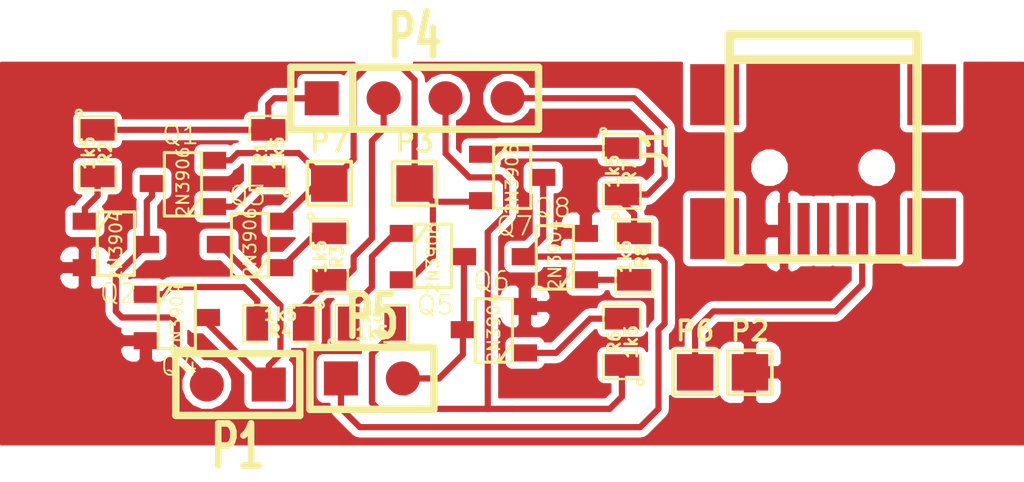
<source format=kicad_pcb>
(kicad_pcb (version 3) (host pcbnew "(22-Jun-2014 BZR 4027)-stable")

  (general
    (links 35)
    (no_connects 0)
    (area 187.25 113.43619 229.250001 132.81127)
    (thickness 1.6)
    (drawings 0)
    (tracks 122)
    (zones 0)
    (modules 24)
    (nets 20)
  )

  (page A4)
  (layers
    (15 F.Cu signal)
    (0 B.Cu signal)
    (16 B.Adhes user)
    (17 F.Adhes user)
    (18 B.Paste user)
    (19 F.Paste user)
    (20 B.SilkS user)
    (21 F.SilkS user)
    (22 B.Mask user)
    (23 F.Mask user)
    (24 Dwgs.User user)
    (25 Cmts.User user)
    (26 Eco1.User user)
    (27 Eco2.User user)
    (28 Edge.Cuts user)
  )

  (setup
    (last_trace_width 0.254)
    (trace_clearance 0.254)
    (zone_clearance 0.3)
    (zone_45_only no)
    (trace_min 0.254)
    (segment_width 0.2)
    (edge_width 0.1)
    (via_size 0.889)
    (via_drill 0.635)
    (via_min_size 0.889)
    (via_min_drill 0.508)
    (uvia_size 0.508)
    (uvia_drill 0.127)
    (uvias_allowed no)
    (uvia_min_size 0.508)
    (uvia_min_drill 0.127)
    (pcb_text_width 0.3)
    (pcb_text_size 1.5 1.5)
    (mod_edge_width 0.15)
    (mod_text_size 1 1)
    (mod_text_width 0.15)
    (pad_size 1.397 1.397)
    (pad_drill 0)
    (pad_to_mask_clearance 0)
    (aux_axis_origin 0 0)
    (visible_elements FFFE7FBF)
    (pcbplotparams
      (layerselection 3178497)
      (usegerberextensions true)
      (excludeedgelayer true)
      (linewidth 0.150000)
      (plotframeref false)
      (viasonmask false)
      (mode 1)
      (useauxorigin false)
      (hpglpennumber 1)
      (hpglpenspeed 20)
      (hpglpendiameter 15)
      (hpglpenoverlay 2)
      (psnegative false)
      (psa4output false)
      (plotreference true)
      (plotvalue true)
      (plotothertext true)
      (plotinvisibletext false)
      (padsonsilk false)
      (subtractmaskfromsilk false)
      (outputformat 1)
      (mirror false)
      (drillshape 1)
      (scaleselection 1)
      (outputdirectory ""))
  )

  (net 0 "")
  (net 1 GND)
  (net 2 N-000001)
  (net 3 N-0000010)
  (net 4 N-0000012)
  (net 5 N-0000016)
  (net 6 N-0000017)
  (net 7 N-0000018)
  (net 8 N-0000019)
  (net 9 N-000002)
  (net 10 N-0000020)
  (net 11 N-0000022)
  (net 12 N-0000023)
  (net 13 N-000003)
  (net 14 N-000004)
  (net 15 N-000005)
  (net 16 N-000006)
  (net 17 N-000007)
  (net 18 N-000008)
  (net 19 N-000009)

  (net_class Default "This is the default net class."
    (clearance 0.254)
    (trace_width 0.254)
    (via_dia 0.889)
    (via_drill 0.635)
    (uvia_dia 0.508)
    (uvia_drill 0.127)
    (add_net "")
    (add_net GND)
    (add_net N-000001)
    (add_net N-0000010)
    (add_net N-0000012)
    (add_net N-0000016)
    (add_net N-0000017)
    (add_net N-0000018)
    (add_net N-0000019)
    (add_net N-000002)
    (add_net N-0000020)
    (add_net N-0000022)
    (add_net N-0000023)
    (add_net N-000003)
    (add_net N-000004)
    (add_net N-000005)
    (add_net N-000006)
    (add_net N-000007)
    (add_net N-000008)
    (add_net N-000009)
  )

  (module USB_MINI_B (layer F.Cu) (tedit 505F99F2) (tstamp 5862376A)
    (at 162 95 270)
    (descr "USB Mini-B 5-pin SMD connector")
    (tags "USB, Mini-B, connector")
    (path /586233EE)
    (fp_text reference J1 (at 0 6.90118 270) (layer F.SilkS)
      (effects (font (size 1.016 1.016) (thickness 0.2032)))
    )
    (fp_text value USB (at 0 -7.0993 270) (layer F.SilkS) hide
      (effects (font (size 1.016 1.016) (thickness 0.2032)))
    )
    (fp_line (start -3.59918 -3.85064) (end -3.59918 3.85064) (layer F.SilkS) (width 0.381))
    (fp_line (start -4.59994 -3.85064) (end -4.59994 3.85064) (layer F.SilkS) (width 0.381))
    (fp_line (start -4.59994 3.85064) (end 4.59994 3.85064) (layer F.SilkS) (width 0.381))
    (fp_line (start 4.59994 3.85064) (end 4.59994 -3.85064) (layer F.SilkS) (width 0.381))
    (fp_line (start 4.59994 -3.85064) (end -4.59994 -3.85064) (layer F.SilkS) (width 0.381))
    (pad 1 smd rect (at 3.44932 -1.6002 270) (size 2.30124 0.50038)
      (layers F.Cu F.Paste F.Mask)
      (net 4 N-0000012)
    )
    (pad 2 smd rect (at 3.44932 -0.8001 270) (size 2.30124 0.50038)
      (layers F.Cu F.Paste F.Mask)
    )
    (pad 3 smd rect (at 3.44932 0 270) (size 2.30124 0.50038)
      (layers F.Cu F.Paste F.Mask)
    )
    (pad 4 smd rect (at 3.44932 0.8001 270) (size 2.30124 0.50038)
      (layers F.Cu F.Paste F.Mask)
    )
    (pad 5 smd rect (at 3.44932 1.6002 270) (size 2.30124 0.50038)
      (layers F.Cu F.Paste F.Mask)
      (net 1 GND)
    )
    (pad 6 smd rect (at 3.35026 -4.45008 270) (size 2.49936 1.99898)
      (layers F.Cu F.Paste F.Mask)
    )
    (pad 7 smd rect (at -2.14884 -4.45008 270) (size 2.49936 1.99898)
      (layers F.Cu F.Paste F.Mask)
    )
    (pad 8 smd rect (at 3.35026 4.45008 270) (size 2.49936 1.99898)
      (layers F.Cu F.Paste F.Mask)
    )
    (pad 9 smd rect (at -2.14884 4.45008 270) (size 2.49936 1.99898)
      (layers F.Cu F.Paste F.Mask)
    )
    (pad "" np_thru_hole circle (at 0.8509 -2.19964 270) (size 0.89916 0.89916) (drill 0.89916)
      (layers *.Cu *.Mask F.SilkS)
    )
    (pad 2 np_thru_hole circle (at 0.8509 2.19964 270) (size 0.89916 0.89916) (drill 0.89916)
      (layers *.Cu *.Mask F.SilkS)
    )
  )

  (module SOT23_INV (layer F.Cu) (tedit 4ECF7A14) (tstamp 58623776)
    (at 138.5 99 90)
    (descr "SOT_23  PADS 1-2 inverted")
    (tags SOT23)
    (path /58622E63)
    (attr smd)
    (fp_text reference Q3 (at 1.99898 -0.09906 180) (layer F.SilkS)
      (effects (font (size 0.762 0.762) (thickness 0.0762)))
    )
    (fp_text value 2N3906 (at 0.0635 0 90) (layer F.SilkS)
      (effects (font (size 0.50038 0.50038) (thickness 0.0762)))
    )
    (fp_line (start -0.508 0.762) (end -1.27 0.254) (layer F.SilkS) (width 0.127))
    (fp_line (start 1.27 0.762) (end -1.3335 0.762) (layer F.SilkS) (width 0.127))
    (fp_line (start -1.3335 0.762) (end -1.3335 -0.762) (layer F.SilkS) (width 0.127))
    (fp_line (start -1.3335 -0.762) (end 1.27 -0.762) (layer F.SilkS) (width 0.127))
    (fp_line (start 1.27 -0.762) (end 1.27 0.762) (layer F.SilkS) (width 0.127))
    (pad 3 smd rect (at 0 -1.27 90) (size 0.70104 1.00076)
      (layers F.Cu F.Paste F.Mask)
      (net 12 N-0000023)
    )
    (pad 1 smd rect (at 0.9525 1.27 90) (size 0.70104 1.00076)
      (layers F.Cu F.Paste F.Mask)
      (net 5 N-0000016)
    )
    (pad 2 smd rect (at -0.9525 1.27 90) (size 0.70104 1.00076)
      (layers F.Cu F.Paste F.Mask)
      (net 11 N-0000022)
    )
    (model smd/SOT23_6.wrl
      (at (xyz 0 0 0))
      (scale (xyz 0.11 0.11 0.11))
      (rotate (xyz 0 0 -180))
    )
  )

  (module SOT23_INV (layer F.Cu) (tedit 4ECF7A14) (tstamp 58623782)
    (at 151 99.5 90)
    (descr "SOT_23  PADS 1-2 inverted")
    (tags SOT23)
    (path /58622FB8)
    (attr smd)
    (fp_text reference Q8 (at 1.99898 -0.09906 180) (layer F.SilkS)
      (effects (font (size 0.762 0.762) (thickness 0.0762)))
    )
    (fp_text value 2N3904 (at 0.0635 0 90) (layer F.SilkS)
      (effects (font (size 0.50038 0.50038) (thickness 0.0762)))
    )
    (fp_line (start -0.508 0.762) (end -1.27 0.254) (layer F.SilkS) (width 0.127))
    (fp_line (start 1.27 0.762) (end -1.3335 0.762) (layer F.SilkS) (width 0.127))
    (fp_line (start -1.3335 0.762) (end -1.3335 -0.762) (layer F.SilkS) (width 0.127))
    (fp_line (start -1.3335 -0.762) (end 1.27 -0.762) (layer F.SilkS) (width 0.127))
    (fp_line (start 1.27 -0.762) (end 1.27 0.762) (layer F.SilkS) (width 0.127))
    (pad 3 smd rect (at 0 -1.27 90) (size 0.70104 1.00076)
      (layers F.Cu F.Paste F.Mask)
      (net 17 N-000007)
    )
    (pad 1 smd rect (at 0.9525 1.27 90) (size 0.70104 1.00076)
      (layers F.Cu F.Paste F.Mask)
      (net 1 GND)
    )
    (pad 2 smd rect (at -0.9525 1.27 90) (size 0.70104 1.00076)
      (layers F.Cu F.Paste F.Mask)
      (net 15 N-000005)
    )
    (model smd/SOT23_6.wrl
      (at (xyz 0 0 0))
      (scale (xyz 0.11 0.11 0.11))
      (rotate (xyz 0 0 -180))
    )
  )

  (module SOT23_INV (layer F.Cu) (tedit 4ECF7A14) (tstamp 5862378E)
    (at 148.5 102.5 90)
    (descr "SOT_23  PADS 1-2 inverted")
    (tags SOT23)
    (path /58622FB2)
    (attr smd)
    (fp_text reference Q6 (at 1.99898 -0.09906 180) (layer F.SilkS)
      (effects (font (size 0.762 0.762) (thickness 0.0762)))
    )
    (fp_text value 2N3904 (at 0.0635 0 90) (layer F.SilkS)
      (effects (font (size 0.50038 0.50038) (thickness 0.0762)))
    )
    (fp_line (start -0.508 0.762) (end -1.27 0.254) (layer F.SilkS) (width 0.127))
    (fp_line (start 1.27 0.762) (end -1.3335 0.762) (layer F.SilkS) (width 0.127))
    (fp_line (start -1.3335 0.762) (end -1.3335 -0.762) (layer F.SilkS) (width 0.127))
    (fp_line (start -1.3335 -0.762) (end 1.27 -0.762) (layer F.SilkS) (width 0.127))
    (fp_line (start 1.27 -0.762) (end 1.27 0.762) (layer F.SilkS) (width 0.127))
    (pad 3 smd rect (at 0 -1.27 90) (size 0.70104 1.00076)
      (layers F.Cu F.Paste F.Mask)
      (net 18 N-000008)
    )
    (pad 1 smd rect (at 0.9525 1.27 90) (size 0.70104 1.00076)
      (layers F.Cu F.Paste F.Mask)
      (net 1 GND)
    )
    (pad 2 smd rect (at -0.9525 1.27 90) (size 0.70104 1.00076)
      (layers F.Cu F.Paste F.Mask)
      (net 3 N-0000010)
    )
    (model smd/SOT23_6.wrl
      (at (xyz 0 0 0))
      (scale (xyz 0.11 0.11 0.11))
      (rotate (xyz 0 0 -180))
    )
  )

  (module SOT23_INV (layer F.Cu) (tedit 4ECF7A14) (tstamp 5862379A)
    (at 149.25 96.25 270)
    (descr "SOT_23  PADS 1-2 inverted")
    (tags SOT23)
    (path /58622FAC)
    (attr smd)
    (fp_text reference Q7 (at 1.99898 -0.09906 360) (layer F.SilkS)
      (effects (font (size 0.762 0.762) (thickness 0.0762)))
    )
    (fp_text value 2N3906 (at 0.0635 0 270) (layer F.SilkS)
      (effects (font (size 0.50038 0.50038) (thickness 0.0762)))
    )
    (fp_line (start -0.508 0.762) (end -1.27 0.254) (layer F.SilkS) (width 0.127))
    (fp_line (start 1.27 0.762) (end -1.3335 0.762) (layer F.SilkS) (width 0.127))
    (fp_line (start -1.3335 0.762) (end -1.3335 -0.762) (layer F.SilkS) (width 0.127))
    (fp_line (start -1.3335 -0.762) (end 1.27 -0.762) (layer F.SilkS) (width 0.127))
    (fp_line (start 1.27 -0.762) (end 1.27 0.762) (layer F.SilkS) (width 0.127))
    (pad 3 smd rect (at 0 -1.27 270) (size 0.70104 1.00076)
      (layers F.Cu F.Paste F.Mask)
      (net 17 N-000007)
    )
    (pad 1 smd rect (at 0.9525 1.27 270) (size 0.70104 1.00076)
      (layers F.Cu F.Paste F.Mask)
      (net 5 N-0000016)
    )
    (pad 2 smd rect (at -0.9525 1.27 270) (size 0.70104 1.00076)
      (layers F.Cu F.Paste F.Mask)
      (net 16 N-000006)
    )
    (model smd/SOT23_6.wrl
      (at (xyz 0 0 0))
      (scale (xyz 0.11 0.11 0.11))
      (rotate (xyz 0 0 -180))
    )
  )

  (module SOT23_INV (layer F.Cu) (tedit 4ECF7A14) (tstamp 586237A6)
    (at 146 99.5 270)
    (descr "SOT_23  PADS 1-2 inverted")
    (tags SOT23)
    (path /58622FA6)
    (attr smd)
    (fp_text reference Q5 (at 1.99898 -0.09906 360) (layer F.SilkS)
      (effects (font (size 0.762 0.762) (thickness 0.0762)))
    )
    (fp_text value 2N3906 (at 0.0635 0 270) (layer F.SilkS)
      (effects (font (size 0.50038 0.50038) (thickness 0.0762)))
    )
    (fp_line (start -0.508 0.762) (end -1.27 0.254) (layer F.SilkS) (width 0.127))
    (fp_line (start 1.27 0.762) (end -1.3335 0.762) (layer F.SilkS) (width 0.127))
    (fp_line (start -1.3335 0.762) (end -1.3335 -0.762) (layer F.SilkS) (width 0.127))
    (fp_line (start -1.3335 -0.762) (end 1.27 -0.762) (layer F.SilkS) (width 0.127))
    (fp_line (start 1.27 -0.762) (end 1.27 0.762) (layer F.SilkS) (width 0.127))
    (pad 3 smd rect (at 0 -1.27 270) (size 0.70104 1.00076)
      (layers F.Cu F.Paste F.Mask)
      (net 18 N-000008)
    )
    (pad 1 smd rect (at 0.9525 1.27 270) (size 0.70104 1.00076)
      (layers F.Cu F.Paste F.Mask)
      (net 5 N-0000016)
    )
    (pad 2 smd rect (at -0.9525 1.27 270) (size 0.70104 1.00076)
      (layers F.Cu F.Paste F.Mask)
      (net 19 N-000009)
    )
    (model smd/SOT23_6.wrl
      (at (xyz 0 0 0))
      (scale (xyz 0.11 0.11 0.11))
      (rotate (xyz 0 0 -180))
    )
  )

  (module SOT23_INV (layer F.Cu) (tedit 4ECF7A14) (tstamp 586237B2)
    (at 135.75 96.5 90)
    (descr "SOT_23  PADS 1-2 inverted")
    (tags SOT23)
    (path /58622E4E)
    (attr smd)
    (fp_text reference Q1 (at 1.99898 -0.09906 180) (layer F.SilkS)
      (effects (font (size 0.762 0.762) (thickness 0.0762)))
    )
    (fp_text value 2N3906 (at 0.0635 0 90) (layer F.SilkS)
      (effects (font (size 0.50038 0.50038) (thickness 0.0762)))
    )
    (fp_line (start -0.508 0.762) (end -1.27 0.254) (layer F.SilkS) (width 0.127))
    (fp_line (start 1.27 0.762) (end -1.3335 0.762) (layer F.SilkS) (width 0.127))
    (fp_line (start -1.3335 0.762) (end -1.3335 -0.762) (layer F.SilkS) (width 0.127))
    (fp_line (start -1.3335 -0.762) (end 1.27 -0.762) (layer F.SilkS) (width 0.127))
    (fp_line (start 1.27 -0.762) (end 1.27 0.762) (layer F.SilkS) (width 0.127))
    (pad 3 smd rect (at 0 -1.27 90) (size 0.70104 1.00076)
      (layers F.Cu F.Paste F.Mask)
      (net 8 N-0000019)
    )
    (pad 1 smd rect (at 0.9525 1.27 90) (size 0.70104 1.00076)
      (layers F.Cu F.Paste F.Mask)
      (net 5 N-0000016)
    )
    (pad 2 smd rect (at -0.9525 1.27 90) (size 0.70104 1.00076)
      (layers F.Cu F.Paste F.Mask)
      (net 6 N-0000017)
    )
    (model smd/SOT23_6.wrl
      (at (xyz 0 0 0))
      (scale (xyz 0.11 0.11 0.11))
      (rotate (xyz 0 0 -180))
    )
  )

  (module SOT23_INV (layer F.Cu) (tedit 4ECF7A14) (tstamp 586237BE)
    (at 135.5 102 270)
    (descr "SOT_23  PADS 1-2 inverted")
    (tags SOT23)
    (path /58622E93)
    (attr smd)
    (fp_text reference Q4 (at 1.99898 -0.09906 360) (layer F.SilkS)
      (effects (font (size 0.762 0.762) (thickness 0.0762)))
    )
    (fp_text value 2N3904 (at 0.0635 0 270) (layer F.SilkS)
      (effects (font (size 0.50038 0.50038) (thickness 0.0762)))
    )
    (fp_line (start -0.508 0.762) (end -1.27 0.254) (layer F.SilkS) (width 0.127))
    (fp_line (start 1.27 0.762) (end -1.3335 0.762) (layer F.SilkS) (width 0.127))
    (fp_line (start -1.3335 0.762) (end -1.3335 -0.762) (layer F.SilkS) (width 0.127))
    (fp_line (start -1.3335 -0.762) (end 1.27 -0.762) (layer F.SilkS) (width 0.127))
    (fp_line (start 1.27 -0.762) (end 1.27 0.762) (layer F.SilkS) (width 0.127))
    (pad 3 smd rect (at 0 -1.27 270) (size 0.70104 1.00076)
      (layers F.Cu F.Paste F.Mask)
      (net 12 N-0000023)
    )
    (pad 1 smd rect (at 0.9525 1.27 270) (size 0.70104 1.00076)
      (layers F.Cu F.Paste F.Mask)
      (net 1 GND)
    )
    (pad 2 smd rect (at -0.9525 1.27 270) (size 0.70104 1.00076)
      (layers F.Cu F.Paste F.Mask)
      (net 10 N-0000020)
    )
    (model smd/SOT23_6.wrl
      (at (xyz 0 0 0))
      (scale (xyz 0.11 0.11 0.11))
      (rotate (xyz 0 0 -180))
    )
  )

  (module SOT23_INV (layer F.Cu) (tedit 4ECF7A14) (tstamp 586237CA)
    (at 133 99 270)
    (descr "SOT_23  PADS 1-2 inverted")
    (tags SOT23)
    (path /58622E86)
    (attr smd)
    (fp_text reference Q2 (at 1.99898 -0.09906 360) (layer F.SilkS)
      (effects (font (size 0.762 0.762) (thickness 0.0762)))
    )
    (fp_text value 2N3904 (at 0.0635 0 270) (layer F.SilkS)
      (effects (font (size 0.50038 0.50038) (thickness 0.0762)))
    )
    (fp_line (start -0.508 0.762) (end -1.27 0.254) (layer F.SilkS) (width 0.127))
    (fp_line (start 1.27 0.762) (end -1.3335 0.762) (layer F.SilkS) (width 0.127))
    (fp_line (start -1.3335 0.762) (end -1.3335 -0.762) (layer F.SilkS) (width 0.127))
    (fp_line (start -1.3335 -0.762) (end 1.27 -0.762) (layer F.SilkS) (width 0.127))
    (fp_line (start 1.27 -0.762) (end 1.27 0.762) (layer F.SilkS) (width 0.127))
    (pad 3 smd rect (at 0 -1.27 270) (size 0.70104 1.00076)
      (layers F.Cu F.Paste F.Mask)
      (net 8 N-0000019)
    )
    (pad 1 smd rect (at 0.9525 1.27 270) (size 0.70104 1.00076)
      (layers F.Cu F.Paste F.Mask)
      (net 1 GND)
    )
    (pad 2 smd rect (at -0.9525 1.27 270) (size 0.70104 1.00076)
      (layers F.Cu F.Paste F.Mask)
      (net 7 N-0000018)
    )
    (model smd/SOT23_6.wrl
      (at (xyz 0 0 0))
      (scale (xyz 0.11 0.11 0.11))
      (rotate (xyz 0 0 -180))
    )
  )

  (module SM0805 (layer F.Cu) (tedit 5091495C) (tstamp 586237D7)
    (at 132.25 95.25 270)
    (path /58622EE4)
    (attr smd)
    (fp_text reference R2 (at 0 -0.3175 270) (layer F.SilkS)
      (effects (font (size 0.50038 0.50038) (thickness 0.10922)))
    )
    (fp_text value 1k5 (at 0 0.381 270) (layer F.SilkS)
      (effects (font (size 0.50038 0.50038) (thickness 0.10922)))
    )
    (fp_circle (center -1.651 0.762) (end -1.651 0.635) (layer F.SilkS) (width 0.09906))
    (fp_line (start -0.508 0.762) (end -1.524 0.762) (layer F.SilkS) (width 0.09906))
    (fp_line (start -1.524 0.762) (end -1.524 -0.762) (layer F.SilkS) (width 0.09906))
    (fp_line (start -1.524 -0.762) (end -0.508 -0.762) (layer F.SilkS) (width 0.09906))
    (fp_line (start 0.508 -0.762) (end 1.524 -0.762) (layer F.SilkS) (width 0.09906))
    (fp_line (start 1.524 -0.762) (end 1.524 0.762) (layer F.SilkS) (width 0.09906))
    (fp_line (start 1.524 0.762) (end 0.508 0.762) (layer F.SilkS) (width 0.09906))
    (pad 1 smd rect (at -0.9525 0 270) (size 0.889 1.397)
      (layers F.Cu F.Paste F.Mask)
      (net 2 N-000001)
    )
    (pad 2 smd rect (at 0.9525 0 270) (size 0.889 1.397)
      (layers F.Cu F.Paste F.Mask)
      (net 7 N-0000018)
    )
    (model smd/chip_cms.wrl
      (at (xyz 0 0 0))
      (scale (xyz 0.1 0.1 0.1))
      (rotate (xyz 0 0 0))
    )
  )

  (module SM0805 (layer F.Cu) (tedit 5091495C) (tstamp 586237E4)
    (at 153.75 103 90)
    (path /58622FD0)
    (attr smd)
    (fp_text reference R6 (at 0 -0.3175 90) (layer F.SilkS)
      (effects (font (size 0.50038 0.50038) (thickness 0.10922)))
    )
    (fp_text value 1k5 (at 0 0.381 90) (layer F.SilkS)
      (effects (font (size 0.50038 0.50038) (thickness 0.10922)))
    )
    (fp_circle (center -1.651 0.762) (end -1.651 0.635) (layer F.SilkS) (width 0.09906))
    (fp_line (start -0.508 0.762) (end -1.524 0.762) (layer F.SilkS) (width 0.09906))
    (fp_line (start -1.524 0.762) (end -1.524 -0.762) (layer F.SilkS) (width 0.09906))
    (fp_line (start -1.524 -0.762) (end -0.508 -0.762) (layer F.SilkS) (width 0.09906))
    (fp_line (start 0.508 -0.762) (end 1.524 -0.762) (layer F.SilkS) (width 0.09906))
    (fp_line (start 1.524 -0.762) (end 1.524 0.762) (layer F.SilkS) (width 0.09906))
    (fp_line (start 1.524 0.762) (end 0.508 0.762) (layer F.SilkS) (width 0.09906))
    (pad 1 smd rect (at -0.9525 0 90) (size 0.889 1.397)
      (layers F.Cu F.Paste F.Mask)
      (net 13 N-000003)
    )
    (pad 2 smd rect (at 0.9525 0 90) (size 0.889 1.397)
      (layers F.Cu F.Paste F.Mask)
      (net 3 N-0000010)
    )
    (model smd/chip_cms.wrl
      (at (xyz 0 0 0))
      (scale (xyz 0.1 0.1 0.1))
      (rotate (xyz 0 0 0))
    )
  )

  (module SM0805 (layer F.Cu) (tedit 5091495C) (tstamp 586237F1)
    (at 143.5 102.25)
    (path /58622FCA)
    (attr smd)
    (fp_text reference R5 (at 0 -0.3175) (layer F.SilkS)
      (effects (font (size 0.50038 0.50038) (thickness 0.10922)))
    )
    (fp_text value 1k5 (at 0 0.381) (layer F.SilkS)
      (effects (font (size 0.50038 0.50038) (thickness 0.10922)))
    )
    (fp_circle (center -1.651 0.762) (end -1.651 0.635) (layer F.SilkS) (width 0.09906))
    (fp_line (start -0.508 0.762) (end -1.524 0.762) (layer F.SilkS) (width 0.09906))
    (fp_line (start -1.524 0.762) (end -1.524 -0.762) (layer F.SilkS) (width 0.09906))
    (fp_line (start -1.524 -0.762) (end -0.508 -0.762) (layer F.SilkS) (width 0.09906))
    (fp_line (start 0.508 -0.762) (end 1.524 -0.762) (layer F.SilkS) (width 0.09906))
    (fp_line (start 1.524 -0.762) (end 1.524 0.762) (layer F.SilkS) (width 0.09906))
    (fp_line (start 1.524 0.762) (end 0.508 0.762) (layer F.SilkS) (width 0.09906))
    (pad 1 smd rect (at -0.9525 0) (size 0.889 1.397)
      (layers F.Cu F.Paste F.Mask)
      (net 19 N-000009)
    )
    (pad 2 smd rect (at 0.9525 0) (size 0.889 1.397)
      (layers F.Cu F.Paste F.Mask)
      (net 13 N-000003)
    )
    (model smd/chip_cms.wrl
      (at (xyz 0 0 0))
      (scale (xyz 0.1 0.1 0.1))
      (rotate (xyz 0 0 0))
    )
  )

  (module SM0805 (layer F.Cu) (tedit 5091495C) (tstamp 586237FE)
    (at 154.25 99.5 270)
    (path /58622FC4)
    (attr smd)
    (fp_text reference R8 (at 0 -0.3175 270) (layer F.SilkS)
      (effects (font (size 0.50038 0.50038) (thickness 0.10922)))
    )
    (fp_text value 1k5 (at 0 0.381 270) (layer F.SilkS)
      (effects (font (size 0.50038 0.50038) (thickness 0.10922)))
    )
    (fp_circle (center -1.651 0.762) (end -1.651 0.635) (layer F.SilkS) (width 0.09906))
    (fp_line (start -0.508 0.762) (end -1.524 0.762) (layer F.SilkS) (width 0.09906))
    (fp_line (start -1.524 0.762) (end -1.524 -0.762) (layer F.SilkS) (width 0.09906))
    (fp_line (start -1.524 -0.762) (end -0.508 -0.762) (layer F.SilkS) (width 0.09906))
    (fp_line (start 0.508 -0.762) (end 1.524 -0.762) (layer F.SilkS) (width 0.09906))
    (fp_line (start 1.524 -0.762) (end 1.524 0.762) (layer F.SilkS) (width 0.09906))
    (fp_line (start 1.524 0.762) (end 0.508 0.762) (layer F.SilkS) (width 0.09906))
    (pad 1 smd rect (at -0.9525 0 270) (size 0.889 1.397)
      (layers F.Cu F.Paste F.Mask)
      (net 9 N-000002)
    )
    (pad 2 smd rect (at 0.9525 0 270) (size 0.889 1.397)
      (layers F.Cu F.Paste F.Mask)
      (net 15 N-000005)
    )
    (model smd/chip_cms.wrl
      (at (xyz 0 0 0))
      (scale (xyz 0.1 0.1 0.1))
      (rotate (xyz 0 0 0))
    )
  )

  (module SM0805 (layer F.Cu) (tedit 5091495C) (tstamp 5862380B)
    (at 153.75 96 270)
    (path /58622FBE)
    (attr smd)
    (fp_text reference R7 (at 0 -0.3175 270) (layer F.SilkS)
      (effects (font (size 0.50038 0.50038) (thickness 0.10922)))
    )
    (fp_text value 1k5 (at 0 0.381 270) (layer F.SilkS)
      (effects (font (size 0.50038 0.50038) (thickness 0.10922)))
    )
    (fp_circle (center -1.651 0.762) (end -1.651 0.635) (layer F.SilkS) (width 0.09906))
    (fp_line (start -0.508 0.762) (end -1.524 0.762) (layer F.SilkS) (width 0.09906))
    (fp_line (start -1.524 0.762) (end -1.524 -0.762) (layer F.SilkS) (width 0.09906))
    (fp_line (start -1.524 -0.762) (end -0.508 -0.762) (layer F.SilkS) (width 0.09906))
    (fp_line (start 0.508 -0.762) (end 1.524 -0.762) (layer F.SilkS) (width 0.09906))
    (fp_line (start 1.524 -0.762) (end 1.524 0.762) (layer F.SilkS) (width 0.09906))
    (fp_line (start 1.524 0.762) (end 0.508 0.762) (layer F.SilkS) (width 0.09906))
    (pad 1 smd rect (at -0.9525 0 270) (size 0.889 1.397)
      (layers F.Cu F.Paste F.Mask)
      (net 16 N-000006)
    )
    (pad 2 smd rect (at 0.9525 0 270) (size 0.889 1.397)
      (layers F.Cu F.Paste F.Mask)
      (net 9 N-000002)
    )
    (model smd/chip_cms.wrl
      (at (xyz 0 0 0))
      (scale (xyz 0.1 0.1 0.1))
      (rotate (xyz 0 0 0))
    )
  )

  (module SM0805 (layer F.Cu) (tedit 5091495C) (tstamp 58623818)
    (at 141.75 99.5 270)
    (path /58622EAA)
    (attr smd)
    (fp_text reference R3 (at 0 -0.3175 270) (layer F.SilkS)
      (effects (font (size 0.50038 0.50038) (thickness 0.10922)))
    )
    (fp_text value 1k5 (at 0 0.381 270) (layer F.SilkS)
      (effects (font (size 0.50038 0.50038) (thickness 0.10922)))
    )
    (fp_circle (center -1.651 0.762) (end -1.651 0.635) (layer F.SilkS) (width 0.09906))
    (fp_line (start -0.508 0.762) (end -1.524 0.762) (layer F.SilkS) (width 0.09906))
    (fp_line (start -1.524 0.762) (end -1.524 -0.762) (layer F.SilkS) (width 0.09906))
    (fp_line (start -1.524 -0.762) (end -0.508 -0.762) (layer F.SilkS) (width 0.09906))
    (fp_line (start 0.508 -0.762) (end 1.524 -0.762) (layer F.SilkS) (width 0.09906))
    (fp_line (start 1.524 -0.762) (end 1.524 0.762) (layer F.SilkS) (width 0.09906))
    (fp_line (start 1.524 0.762) (end 0.508 0.762) (layer F.SilkS) (width 0.09906))
    (pad 1 smd rect (at -0.9525 0 270) (size 0.889 1.397)
      (layers F.Cu F.Paste F.Mask)
      (net 11 N-0000022)
    )
    (pad 2 smd rect (at 0.9525 0 270) (size 0.889 1.397)
      (layers F.Cu F.Paste F.Mask)
      (net 14 N-000004)
    )
    (model smd/chip_cms.wrl
      (at (xyz 0 0 0))
      (scale (xyz 0.1 0.1 0.1))
      (rotate (xyz 0 0 0))
    )
  )

  (module SM0805 (layer F.Cu) (tedit 5091495C) (tstamp 58623825)
    (at 139.75 102.25 180)
    (path /58622EB7)
    (attr smd)
    (fp_text reference R4 (at 0 -0.3175 180) (layer F.SilkS)
      (effects (font (size 0.50038 0.50038) (thickness 0.10922)))
    )
    (fp_text value 1k5 (at 0 0.381 180) (layer F.SilkS)
      (effects (font (size 0.50038 0.50038) (thickness 0.10922)))
    )
    (fp_circle (center -1.651 0.762) (end -1.651 0.635) (layer F.SilkS) (width 0.09906))
    (fp_line (start -0.508 0.762) (end -1.524 0.762) (layer F.SilkS) (width 0.09906))
    (fp_line (start -1.524 0.762) (end -1.524 -0.762) (layer F.SilkS) (width 0.09906))
    (fp_line (start -1.524 -0.762) (end -0.508 -0.762) (layer F.SilkS) (width 0.09906))
    (fp_line (start 0.508 -0.762) (end 1.524 -0.762) (layer F.SilkS) (width 0.09906))
    (fp_line (start 1.524 -0.762) (end 1.524 0.762) (layer F.SilkS) (width 0.09906))
    (fp_line (start 1.524 0.762) (end 0.508 0.762) (layer F.SilkS) (width 0.09906))
    (pad 1 smd rect (at -0.9525 0 180) (size 0.889 1.397)
      (layers F.Cu F.Paste F.Mask)
      (net 14 N-000004)
    )
    (pad 2 smd rect (at 0.9525 0 180) (size 0.889 1.397)
      (layers F.Cu F.Paste F.Mask)
      (net 10 N-0000020)
    )
    (model smd/chip_cms.wrl
      (at (xyz 0 0 0))
      (scale (xyz 0.1 0.1 0.1))
      (rotate (xyz 0 0 0))
    )
  )

  (module SM0805 (layer F.Cu) (tedit 5091495C) (tstamp 58623832)
    (at 139.25 95.25 90)
    (path /58622EDE)
    (attr smd)
    (fp_text reference R1 (at 0 -0.3175 90) (layer F.SilkS)
      (effects (font (size 0.50038 0.50038) (thickness 0.10922)))
    )
    (fp_text value 1k5 (at 0 0.381 90) (layer F.SilkS)
      (effects (font (size 0.50038 0.50038) (thickness 0.10922)))
    )
    (fp_circle (center -1.651 0.762) (end -1.651 0.635) (layer F.SilkS) (width 0.09906))
    (fp_line (start -0.508 0.762) (end -1.524 0.762) (layer F.SilkS) (width 0.09906))
    (fp_line (start -1.524 0.762) (end -1.524 -0.762) (layer F.SilkS) (width 0.09906))
    (fp_line (start -1.524 -0.762) (end -0.508 -0.762) (layer F.SilkS) (width 0.09906))
    (fp_line (start 0.508 -0.762) (end 1.524 -0.762) (layer F.SilkS) (width 0.09906))
    (fp_line (start 1.524 -0.762) (end 1.524 0.762) (layer F.SilkS) (width 0.09906))
    (fp_line (start 1.524 0.762) (end 0.508 0.762) (layer F.SilkS) (width 0.09906))
    (pad 1 smd rect (at -0.9525 0 90) (size 0.889 1.397)
      (layers F.Cu F.Paste F.Mask)
      (net 6 N-0000017)
    )
    (pad 2 smd rect (at 0.9525 0 90) (size 0.889 1.397)
      (layers F.Cu F.Paste F.Mask)
      (net 2 N-000001)
    )
    (model smd/chip_cms.wrl
      (at (xyz 0 0 0))
      (scale (xyz 0.1 0.1 0.1))
      (rotate (xyz 0 0 0))
    )
  )

  (module SIL-4 (layer F.Cu) (tedit 586237E8) (tstamp 58623841)
    (at 145.25 93)
    (descr "Connecteur 4 pibs")
    (tags "CONN DEV")
    (path /58622FEE)
    (fp_text reference P4 (at 0 -2.54) (layer F.SilkS)
      (effects (font (size 1.73482 1.08712) (thickness 0.3048)))
    )
    (fp_text value Arduino (at 0 -2.54) (layer F.SilkS) hide
      (effects (font (size 1.524 1.016) (thickness 0.3048)))
    )
    (fp_line (start -5.08 -1.27) (end -5.08 -1.27) (layer F.SilkS) (width 0.3048))
    (fp_line (start -5.08 1.27) (end -5.08 -1.27) (layer F.SilkS) (width 0.3048))
    (fp_line (start -5.08 -1.27) (end -5.08 -1.27) (layer F.SilkS) (width 0.3048))
    (fp_line (start -5.08 -1.27) (end 5.08 -1.27) (layer F.SilkS) (width 0.3048))
    (fp_line (start 5.08 -1.27) (end 5.08 1.27) (layer F.SilkS) (width 0.3048))
    (fp_line (start 5.08 1.27) (end -5.08 1.27) (layer F.SilkS) (width 0.3048))
    (fp_line (start -2.54 1.27) (end -2.54 -1.27) (layer F.SilkS) (width 0.3048))
    (pad 1 smd rect (at -3.81 0) (size 1.397 1.397)
      (layers F.Cu F.Paste F.Mask)
      (net 2 N-000001)
    )
    (pad 2 smd circle (at -1.27 0) (size 1.397 1.397)
      (layers F.Cu F.Paste F.Mask)
      (net 14 N-000004)
    )
    (pad 3 smd circle (at 1.27 0) (size 1.397 1.397)
      (layers F.Cu F.Paste F.Mask)
      (net 13 N-000003)
    )
    (pad 4 smd circle (at 3.81 0) (size 1.397 1.397)
      (layers F.Cu F.Paste F.Mask)
      (net 9 N-000002)
    )
  )

  (module SIL-2 (layer F.Cu) (tedit 586237D0) (tstamp 5862384B)
    (at 138 104.75 180)
    (descr "Connecteurs 2 pins")
    (tags "CONN DEV")
    (path /58622EFB)
    (fp_text reference P1 (at 0 -2.54 180) (layer F.SilkS)
      (effects (font (size 1.72974 1.08712) (thickness 0.3048)))
    )
    (fp_text value coil_1 (at 0 -2.54 180) (layer F.SilkS) hide
      (effects (font (size 1.524 1.016) (thickness 0.3048)))
    )
    (fp_line (start -2.54 1.27) (end -2.54 -1.27) (layer F.SilkS) (width 0.3048))
    (fp_line (start -2.54 -1.27) (end 2.54 -1.27) (layer F.SilkS) (width 0.3048))
    (fp_line (start 2.54 -1.27) (end 2.54 1.27) (layer F.SilkS) (width 0.3048))
    (fp_line (start 2.54 1.27) (end -2.54 1.27) (layer F.SilkS) (width 0.3048))
    (pad 1 smd rect (at -1.27 0 180) (size 1.397 1.397)
      (layers F.Cu F.Paste F.Mask)
      (net 12 N-0000023)
    )
    (pad 2 smd circle (at 1.27 0 180) (size 1.397 1.397)
      (layers F.Cu F.Paste F.Mask)
      (net 8 N-0000019)
    )
  )

  (module SIL-2 (layer F.Cu) (tedit 586237D7) (tstamp 58623855)
    (at 143.5 104.5)
    (descr "Connecteurs 2 pins")
    (tags "CONN DEV")
    (path /58622FD6)
    (fp_text reference P5 (at 0 -2.54) (layer F.SilkS)
      (effects (font (size 1.72974 1.08712) (thickness 0.3048)))
    )
    (fp_text value coil_2 (at 0 -2.54) (layer F.SilkS) hide
      (effects (font (size 1.524 1.016) (thickness 0.3048)))
    )
    (fp_line (start -2.54 1.27) (end -2.54 -1.27) (layer F.SilkS) (width 0.3048))
    (fp_line (start -2.54 -1.27) (end 2.54 -1.27) (layer F.SilkS) (width 0.3048))
    (fp_line (start 2.54 -1.27) (end 2.54 1.27) (layer F.SilkS) (width 0.3048))
    (fp_line (start 2.54 1.27) (end -2.54 1.27) (layer F.SilkS) (width 0.3048))
    (pad 1 smd rect (at -1.27 0) (size 1.397 1.397)
      (layers F.Cu F.Paste F.Mask)
      (net 17 N-000007)
    )
    (pad 2 smd circle (at 1.27 0) (size 1.397 1.397)
      (layers F.Cu F.Paste F.Mask)
      (net 18 N-000008)
    )
  )

  (module SIL-1 (layer F.Cu) (tedit 586237B3) (tstamp 5862385E)
    (at 145.25 96.5)
    (descr "Connecteurs 1 pin")
    (tags "CONN DEV")
    (path /58623140)
    (fp_text reference P3 (at 0 -1.7) (layer F.SilkS)
      (effects (font (size 0.8 0.8) (thickness 0.15)))
    )
    (fp_text value CONN_1 (at 0.1 -1.7) (layer F.SilkS) hide
      (effects (font (size 0.8 0.8) (thickness 0.15)))
    )
    (fp_line (start -0.9 -0.9) (end 0.9 -0.9) (layer F.SilkS) (width 0.15))
    (fp_line (start 0.9 -0.9) (end 0.9 0.9) (layer F.SilkS) (width 0.15))
    (fp_line (start 0.9 0.9) (end -0.9 0.9) (layer F.SilkS) (width 0.15))
    (fp_line (start -0.9 0.9) (end -0.9 -0.9) (layer F.SilkS) (width 0.15))
    (pad 1 smd rect (at 0 0) (size 1.5 1.5)
      (layers F.Cu F.Paste F.Mask)
      (net 5 N-0000016)
    )
  )

  (module SIL-1 (layer F.Cu) (tedit 586237BB) (tstamp 58623867)
    (at 159 104.25)
    (descr "Connecteurs 1 pin")
    (tags "CONN DEV")
    (path /586231AC)
    (fp_text reference P2 (at 0 -1.7) (layer F.SilkS)
      (effects (font (size 0.8 0.8) (thickness 0.15)))
    )
    (fp_text value CONN_1 (at 0.1 -1.7) (layer F.SilkS) hide
      (effects (font (size 0.8 0.8) (thickness 0.15)))
    )
    (fp_line (start -0.9 -0.9) (end 0.9 -0.9) (layer F.SilkS) (width 0.15))
    (fp_line (start 0.9 -0.9) (end 0.9 0.9) (layer F.SilkS) (width 0.15))
    (fp_line (start 0.9 0.9) (end -0.9 0.9) (layer F.SilkS) (width 0.15))
    (fp_line (start -0.9 0.9) (end -0.9 -0.9) (layer F.SilkS) (width 0.15))
    (pad 1 smd rect (at 0 0) (size 1.5 1.5)
      (layers F.Cu F.Paste F.Mask)
      (net 1 GND)
    )
  )

  (module SIL-1 (layer F.Cu) (tedit 586237C0) (tstamp 58623870)
    (at 156.75 104.25)
    (descr "Connecteurs 1 pin")
    (tags "CONN DEV")
    (path /58623483)
    (fp_text reference P6 (at 0 -1.7) (layer F.SilkS)
      (effects (font (size 0.8 0.8) (thickness 0.15)))
    )
    (fp_text value CONN_1 (at 0.1 -1.7) (layer F.SilkS) hide
      (effects (font (size 0.8 0.8) (thickness 0.15)))
    )
    (fp_line (start -0.9 -0.9) (end 0.9 -0.9) (layer F.SilkS) (width 0.15))
    (fp_line (start 0.9 -0.9) (end 0.9 0.9) (layer F.SilkS) (width 0.15))
    (fp_line (start 0.9 0.9) (end -0.9 0.9) (layer F.SilkS) (width 0.15))
    (fp_line (start -0.9 0.9) (end -0.9 -0.9) (layer F.SilkS) (width 0.15))
    (pad 1 smd rect (at 0 0) (size 1.5 1.5)
      (layers F.Cu F.Paste F.Mask)
      (net 4 N-0000012)
    )
  )

  (module SIL-1 (layer F.Cu) (tedit 586237C5) (tstamp 58623879)
    (at 141.75 96.5)
    (descr "Connecteurs 1 pin")
    (tags "CONN DEV")
    (path /5862348F)
    (fp_text reference P7 (at 0 -1.7) (layer F.SilkS)
      (effects (font (size 0.8 0.8) (thickness 0.15)))
    )
    (fp_text value CONN_1 (at 0.1 -1.7) (layer F.SilkS) hide
      (effects (font (size 0.8 0.8) (thickness 0.15)))
    )
    (fp_line (start -0.9 -0.9) (end 0.9 -0.9) (layer F.SilkS) (width 0.15))
    (fp_line (start 0.9 -0.9) (end 0.9 0.9) (layer F.SilkS) (width 0.15))
    (fp_line (start 0.9 0.9) (end -0.9 0.9) (layer F.SilkS) (width 0.15))
    (fp_line (start -0.9 0.9) (end -0.9 -0.9) (layer F.SilkS) (width 0.15))
    (pad 1 smd rect (at 0 0) (size 1.5 1.5)
      (layers F.Cu F.Paste F.Mask)
      (net 5 N-0000016)
    )
  )

  (segment (start 139.25 94.2975) (end 139.25 93.25) (width 0.254) (layer F.Cu) (net 2))
  (segment (start 139.5 93) (end 141.44 93) (width 0.254) (layer F.Cu) (net 2) (tstamp 58623D35))
  (segment (start 139.25 93.25) (end 139.5 93) (width 0.254) (layer F.Cu) (net 2) (tstamp 58623D34))
  (segment (start 132.25 94.2975) (end 139.25 94.2975) (width 0.254) (layer F.Cu) (net 2))
  (segment (start 149.77 103.4525) (end 151.0475 103.4525) (width 0.254) (layer F.Cu) (net 3))
  (segment (start 152.4525 102.0475) (end 153.75 102.0475) (width 0.254) (layer F.Cu) (net 3) (tstamp 58624113))
  (segment (start 151.0475 103.4525) (end 152.4525 102.0475) (width 0.254) (layer F.Cu) (net 3) (tstamp 58624112))
  (segment (start 156.75 104.25) (end 156.75 102.5) (width 0.254) (layer F.Cu) (net 4))
  (segment (start 163.6002 100.6498) (end 163.6002 98.44932) (width 0.254) (layer F.Cu) (net 4) (tstamp 586241B4))
  (segment (start 162.5 101.75) (end 163.6002 100.6498) (width 0.254) (layer F.Cu) (net 4) (tstamp 586241B3))
  (segment (start 157.5 101.75) (end 162.5 101.75) (width 0.254) (layer F.Cu) (net 4) (tstamp 586241B2))
  (segment (start 156.75 102.5) (end 157.5 101.75) (width 0.254) (layer F.Cu) (net 4) (tstamp 586241B1))
  (segment (start 139.77 98.0475) (end 139.77 97.98) (width 0.254) (layer F.Cu) (net 5))
  (segment (start 141.25 96.5) (end 141.75 96.5) (width 0.254) (layer F.Cu) (net 5) (tstamp 58623F59))
  (segment (start 139.77 97.98) (end 141.25 96.5) (width 0.254) (layer F.Cu) (net 5) (tstamp 58623F58))
  (segment (start 145.25 96.5) (end 145.25 92.25) (width 0.254) (layer F.Cu) (net 5))
  (segment (start 142.75 95.5) (end 141.75 96.5) (width 0.254) (layer F.Cu) (net 5) (tstamp 58623F0B))
  (segment (start 142.75 92.25) (end 142.75 95.5) (width 0.254) (layer F.Cu) (net 5) (tstamp 58623F0A))
  (segment (start 143.25 91.75) (end 142.75 92.25) (width 0.254) (layer F.Cu) (net 5) (tstamp 58623F09))
  (segment (start 144.75 91.75) (end 143.25 91.75) (width 0.254) (layer F.Cu) (net 5) (tstamp 58623F08))
  (segment (start 145.25 92.25) (end 144.75 91.75) (width 0.254) (layer F.Cu) (net 5) (tstamp 58623F07))
  (segment (start 145.25 96.5) (end 146 97.25) (width 0.254) (layer F.Cu) (net 5))
  (segment (start 146 97.25) (end 147.9325 97.25) (width 0.254) (layer F.Cu) (net 5) (tstamp 58623DEE))
  (segment (start 147.9325 97.25) (end 147.98 97.2025) (width 0.254) (layer F.Cu) (net 5) (tstamp 58623DEF))
  (segment (start 144.73 100.4525) (end 145.0475 100.4525) (width 0.254) (layer F.Cu) (net 5))
  (segment (start 146 99.5) (end 146 97.25) (width 0.254) (layer F.Cu) (net 5) (tstamp 58623DEA))
  (segment (start 145.0475 100.4525) (end 146 99.5) (width 0.254) (layer F.Cu) (net 5) (tstamp 58623DE9))
  (segment (start 137.02 95.5475) (end 137.7025 95.5475) (width 0.254) (layer F.Cu) (net 5))
  (segment (start 137.7025 95.5475) (end 138 95.25) (width 0.254) (layer F.Cu) (net 5) (tstamp 58623D3C))
  (segment (start 138 95.25) (end 140.5 95.25) (width 0.254) (layer F.Cu) (net 5) (tstamp 58623D3D))
  (segment (start 140.5 95.25) (end 141.75 96.5) (width 0.254) (layer F.Cu) (net 5) (tstamp 58623D3E))
  (segment (start 139.25 96.2025) (end 139.0475 96.2025) (width 0.254) (layer F.Cu) (net 6))
  (segment (start 137.7975 97.4525) (end 137.02 97.4525) (width 0.254) (layer F.Cu) (net 6) (tstamp 58623D39))
  (segment (start 139.0475 96.2025) (end 137.7975 97.4525) (width 0.254) (layer F.Cu) (net 6) (tstamp 58623D38))
  (segment (start 131.73 98.0475) (end 131.73 97.52) (width 0.254) (layer F.Cu) (net 7))
  (segment (start 132.25 97) (end 132.25 96.2025) (width 0.254) (layer F.Cu) (net 7) (tstamp 58623D0E))
  (segment (start 131.73 97.52) (end 132.25 97) (width 0.254) (layer F.Cu) (net 7) (tstamp 58623D0D))
  (segment (start 136.73 104.75) (end 136.73 104.48) (width 0.254) (layer F.Cu) (net 8))
  (segment (start 133 100.27) (end 134.27 99) (width 0.254) (layer F.Cu) (net 8) (tstamp 58623F8F))
  (segment (start 133 101.75) (end 133 100.27) (width 0.254) (layer F.Cu) (net 8) (tstamp 58623F8E))
  (segment (start 133.25 102) (end 133 101.75) (width 0.254) (layer F.Cu) (net 8) (tstamp 58623F8D))
  (segment (start 135.25 102) (end 133.25 102) (width 0.254) (layer F.Cu) (net 8) (tstamp 58623F8C))
  (segment (start 135.5 102.25) (end 135.25 102) (width 0.254) (layer F.Cu) (net 8) (tstamp 58623F8A))
  (segment (start 135.5 103.25) (end 135.5 102.25) (width 0.254) (layer F.Cu) (net 8) (tstamp 58623F88))
  (segment (start 136.73 104.48) (end 135.5 103.25) (width 0.254) (layer F.Cu) (net 8) (tstamp 58623F87))
  (segment (start 134.48 96.5) (end 134.48 97.02) (width 0.254) (layer F.Cu) (net 8))
  (segment (start 134.27 97.23) (end 134.27 99) (width 0.254) (layer F.Cu) (net 8) (tstamp 58623D0A))
  (segment (start 134.48 97.02) (end 134.27 97.23) (width 0.254) (layer F.Cu) (net 8) (tstamp 58623D09))
  (segment (start 149.06 93) (end 154.25 93) (width 0.254) (layer F.Cu) (net 9))
  (segment (start 154.7975 96.9525) (end 153.75 96.9525) (width 0.254) (layer F.Cu) (net 9) (tstamp 58623EAB))
  (segment (start 155.5 96.25) (end 154.7975 96.9525) (width 0.254) (layer F.Cu) (net 9) (tstamp 58623EAA))
  (segment (start 155.5 94.25) (end 155.5 96.25) (width 0.254) (layer F.Cu) (net 9) (tstamp 58623EA8))
  (segment (start 154.25 93) (end 155.5 94.25) (width 0.254) (layer F.Cu) (net 9) (tstamp 58623EA7))
  (segment (start 153.75 96.9525) (end 153.75 97.25) (width 0.254) (layer F.Cu) (net 9))
  (segment (start 154.25 97.75) (end 154.25 98.5475) (width 0.254) (layer F.Cu) (net 9) (tstamp 58623E3B))
  (segment (start 153.75 97.25) (end 154.25 97.75) (width 0.254) (layer F.Cu) (net 9) (tstamp 58623E3A))
  (segment (start 134.23 101.0475) (end 134.9525 101.0475) (width 0.254) (layer F.Cu) (net 10))
  (segment (start 138.7975 101.2975) (end 138.7975 102.25) (width 0.254) (layer F.Cu) (net 10) (tstamp 58623F6E))
  (segment (start 138.25 100.75) (end 138.7975 101.2975) (width 0.254) (layer F.Cu) (net 10) (tstamp 58623F6D))
  (segment (start 135.25 100.75) (end 138.25 100.75) (width 0.254) (layer F.Cu) (net 10) (tstamp 58623F6C))
  (segment (start 134.9525 101.0475) (end 135.25 100.75) (width 0.254) (layer F.Cu) (net 10) (tstamp 58623F6B))
  (segment (start 139.77 99.9525) (end 139.7975 99.9525) (width 0.254) (layer F.Cu) (net 11))
  (segment (start 141.2025 98.5475) (end 141.75 98.5475) (width 0.254) (layer F.Cu) (net 11) (tstamp 58623F55))
  (segment (start 139.7975 99.9525) (end 141.2025 98.5475) (width 0.254) (layer F.Cu) (net 11) (tstamp 58623F54))
  (segment (start 136.77 102) (end 136.77 102.25) (width 0.254) (layer F.Cu) (net 12))
  (segment (start 136.77 102.25) (end 139.27 104.75) (width 0.254) (layer F.Cu) (net 12) (tstamp 58623F81))
  (segment (start 139.27 104.75) (end 139.27 103.98) (width 0.254) (layer F.Cu) (net 12))
  (segment (start 137.25 99) (end 137.23 99) (width 0.254) (layer F.Cu) (net 12) (tstamp 58623F7B))
  (segment (start 139.75 101.5) (end 137.25 99) (width 0.254) (layer F.Cu) (net 12) (tstamp 58623F79))
  (segment (start 139.75 103.5) (end 139.75 101.5) (width 0.254) (layer F.Cu) (net 12) (tstamp 58623F78))
  (segment (start 139.27 103.98) (end 139.75 103.5) (width 0.254) (layer F.Cu) (net 12) (tstamp 58623F76))
  (segment (start 146.52 93) (end 146.52 95.27) (width 0.254) (layer F.Cu) (net 13))
  (segment (start 148.25 98.5) (end 148.25 105.75) (width 0.254) (layer F.Cu) (net 13) (tstamp 58624121))
  (segment (start 149 97.75) (end 148.25 98.5) (width 0.254) (layer F.Cu) (net 13) (tstamp 5862411E))
  (segment (start 149 96.5) (end 149 97.75) (width 0.254) (layer F.Cu) (net 13) (tstamp 5862411C))
  (segment (start 148.75 96.25) (end 149 96.5) (width 0.254) (layer F.Cu) (net 13) (tstamp 5862411B))
  (segment (start 147.5 96.25) (end 148.75 96.25) (width 0.254) (layer F.Cu) (net 13) (tstamp 58624118))
  (segment (start 146.52 95.27) (end 147.5 96.25) (width 0.254) (layer F.Cu) (net 13) (tstamp 58624117))
  (segment (start 144.4525 102.25) (end 144.4525 102.5475) (width 0.254) (layer F.Cu) (net 13))
  (segment (start 153.75 105.25) (end 153.75 103.9525) (width 0.254) (layer F.Cu) (net 13) (tstamp 58623E55))
  (segment (start 153.25 105.75) (end 153.75 105.25) (width 0.254) (layer F.Cu) (net 13) (tstamp 58623E54))
  (segment (start 143.75 105.75) (end 148.25 105.75) (width 0.254) (layer F.Cu) (net 13) (tstamp 58623E53))
  (segment (start 148.25 105.75) (end 149.25 105.75) (width 0.254) (layer F.Cu) (net 13) (tstamp 5862412E))
  (segment (start 149.25 105.75) (end 153.25 105.75) (width 0.254) (layer F.Cu) (net 13) (tstamp 58623EF3))
  (segment (start 143.5 105.5) (end 143.75 105.75) (width 0.254) (layer F.Cu) (net 13) (tstamp 58623E52))
  (segment (start 143.5 103.5) (end 143.5 105.5) (width 0.254) (layer F.Cu) (net 13) (tstamp 58623E51))
  (segment (start 144.4525 102.5475) (end 143.5 103.5) (width 0.254) (layer F.Cu) (net 13) (tstamp 58623E50))
  (segment (start 141.75 100.4525) (end 142.2975 100.4525) (width 0.254) (layer F.Cu) (net 14))
  (segment (start 143.98 94.27) (end 143.98 93) (width 0.254) (layer F.Cu) (net 14) (tstamp 58623EFB))
  (segment (start 143.5 94.75) (end 143.98 94.27) (width 0.254) (layer F.Cu) (net 14) (tstamp 58623EFA))
  (segment (start 143.5 98.75) (end 143.5 94.75) (width 0.254) (layer F.Cu) (net 14) (tstamp 58623EF9))
  (segment (start 142.75 99.5) (end 143.5 98.75) (width 0.254) (layer F.Cu) (net 14) (tstamp 58623EF8))
  (segment (start 142.75 100) (end 142.75 99.5) (width 0.254) (layer F.Cu) (net 14) (tstamp 58623EF7))
  (segment (start 142.2975 100.4525) (end 142.75 100) (width 0.254) (layer F.Cu) (net 14) (tstamp 58623EF6))
  (segment (start 141.75 100.4525) (end 141.75 100.5) (width 0.254) (layer F.Cu) (net 14))
  (segment (start 140.7025 101.5475) (end 140.7025 102.25) (width 0.254) (layer F.Cu) (net 14) (tstamp 58623D4C))
  (segment (start 141.75 100.5) (end 140.7025 101.5475) (width 0.254) (layer F.Cu) (net 14) (tstamp 58623D4B))
  (segment (start 154.25 100.4525) (end 152.27 100.4525) (width 0.254) (layer F.Cu) (net 15))
  (segment (start 147.98 95.2975) (end 148.4525 95.2975) (width 0.254) (layer F.Cu) (net 16))
  (segment (start 148.7025 95.0475) (end 153.75 95.0475) (width 0.254) (layer F.Cu) (net 16) (tstamp 58623DF3))
  (segment (start 148.4525 95.2975) (end 148.7025 95.0475) (width 0.254) (layer F.Cu) (net 16) (tstamp 58623DF2))
  (segment (start 142.23 104.5) (end 142.23 105.73) (width 0.254) (layer F.Cu) (net 17))
  (segment (start 155.25 99.5) (end 149.73 99.5) (width 0.254) (layer F.Cu) (net 17) (tstamp 58623EA4))
  (segment (start 155.5 99.75) (end 155.25 99.5) (width 0.254) (layer F.Cu) (net 17) (tstamp 58623EA3))
  (segment (start 155.5 102.25) (end 155.5 99.75) (width 0.254) (layer F.Cu) (net 17) (tstamp 58623EA2))
  (segment (start 155.25 102.5) (end 155.5 102.25) (width 0.254) (layer F.Cu) (net 17) (tstamp 58623EA1))
  (segment (start 155.25 105.75) (end 155.25 102.5) (width 0.254) (layer F.Cu) (net 17) (tstamp 58623EA0))
  (segment (start 154.5 106.5) (end 155.25 105.75) (width 0.254) (layer F.Cu) (net 17) (tstamp 58623E9F))
  (segment (start 143 106.5) (end 154.5 106.5) (width 0.254) (layer F.Cu) (net 17) (tstamp 58623E9E))
  (segment (start 142.23 105.73) (end 143 106.5) (width 0.254) (layer F.Cu) (net 17) (tstamp 58623E9D))
  (segment (start 150.52 96.25) (end 150.52 98.71) (width 0.254) (layer F.Cu) (net 17))
  (segment (start 150.52 98.71) (end 149.73 99.5) (width 0.254) (layer F.Cu) (net 17) (tstamp 58623DF6))
  (segment (start 147.23 102.5) (end 147.23 103.52) (width 0.254) (layer F.Cu) (net 18))
  (segment (start 146.25 104.5) (end 144.77 104.5) (width 0.254) (layer F.Cu) (net 18) (tstamp 5862410D))
  (segment (start 147.23 103.52) (end 146.25 104.5) (width 0.254) (layer F.Cu) (net 18) (tstamp 5862410C))
  (segment (start 147.27 99.5) (end 147.27 102.46) (width 0.254) (layer F.Cu) (net 18))
  (segment (start 147.27 102.46) (end 147.23 102.5) (width 0.254) (layer F.Cu) (net 18) (tstamp 58624109))
  (segment (start 142.5475 102.25) (end 142.5475 101.7025) (width 0.254) (layer F.Cu) (net 19))
  (segment (start 144.4525 98.5475) (end 144.73 98.5475) (width 0.254) (layer F.Cu) (net 19) (tstamp 58623DE6))
  (segment (start 143.5 99.5) (end 144.4525 98.5475) (width 0.254) (layer F.Cu) (net 19) (tstamp 58623DE5))
  (segment (start 143.5 100.75) (end 143.5 99.5) (width 0.254) (layer F.Cu) (net 19) (tstamp 58623DE4))
  (segment (start 142.5475 101.7025) (end 143.5 100.75) (width 0.254) (layer F.Cu) (net 19) (tstamp 58623DE3))

  (zone (net 1) (net_name GND) (layer F.Cu) (tstamp 58623F0E) (hatch edge 0.508)
    (connect_pads (clearance 0.3))
    (min_thickness 0.1)
    (fill (arc_segments 16) (thermal_gap 0.508) (thermal_bridge_width 0.508))
    (polygon
      (pts
        (xy 128.25 91.5) (xy 170.25 91.5) (xy 170.25 107.25) (xy 128.25 107.25)
      )
    )
    (filled_polygon
      (pts
        (xy 170.2 107.2) (xy 167.79963 107.2) (xy 167.79963 99.530626) (xy 167.79963 97.031266) (xy 167.746458 96.90258)
        (xy 167.648087 96.804038) (xy 167.519494 96.750641) (xy 167.380256 96.75052) (xy 165.381276 96.75052) (xy 165.25259 96.803692)
        (xy 165.154048 96.902063) (xy 165.100651 97.030656) (xy 165.10053 97.169894) (xy 165.10053 99.669254) (xy 165.153702 99.79794)
        (xy 165.252073 99.896482) (xy 165.380666 99.949879) (xy 165.519904 99.95) (xy 167.518884 99.95) (xy 167.64757 99.896828)
        (xy 167.746112 99.798457) (xy 167.799509 99.669864) (xy 167.79963 99.530626) (xy 167.79963 107.2) (xy 164.999358 107.2)
        (xy 164.999358 95.692552) (xy 164.877886 95.398566) (xy 164.653157 95.173445) (xy 164.359384 95.05146) (xy 164.041292 95.051182)
        (xy 163.747306 95.172654) (xy 163.522185 95.397383) (xy 163.4002 95.691156) (xy 163.399922 96.009248) (xy 163.521394 96.303234)
        (xy 163.746123 96.528355) (xy 164.039896 96.65034) (xy 164.357988 96.650618) (xy 164.651974 96.529146) (xy 164.877095 96.304417)
        (xy 164.99908 96.010644) (xy 164.999358 95.692552) (xy 164.999358 107.2) (xy 160.308096 107.2) (xy 160.308096 104.889494)
        (xy 160.308096 103.610506) (xy 160.307902 103.38852) (xy 160.222773 103.183506) (xy 160.065668 103.026675) (xy 159.860506 102.941904)
        (xy 159.3435 102.942) (xy 159.204 103.0815) (xy 159.204 104.046) (xy 160.1685 104.046) (xy 160.308 103.9065)
        (xy 160.308096 103.610506) (xy 160.308096 104.889494) (xy 160.308 104.5935) (xy 160.1685 104.454) (xy 159.204 104.454)
        (xy 159.204 105.4185) (xy 159.3435 105.558) (xy 159.860506 105.558096) (xy 160.065668 105.473325) (xy 160.222773 105.316494)
        (xy 160.307902 105.11148) (xy 160.308096 104.889494) (xy 160.308096 107.2) (xy 134.026 107.2) (xy 134.026 103.72152)
        (xy 134.026 103.12776) (xy 133.31112 103.12776) (xy 133.17162 103.26726) (xy 133.171524 103.413526) (xy 133.256295 103.618688)
        (xy 133.413126 103.775793) (xy 133.61814 103.860922) (xy 133.840126 103.861116) (xy 133.8865 103.86102) (xy 134.026 103.72152)
        (xy 134.026 107.2) (xy 131.526 107.2) (xy 131.526 100.72152) (xy 131.526 100.12776) (xy 131.526 99.77724)
        (xy 131.526 99.18348) (xy 131.3865 99.04398) (xy 131.340126 99.043884) (xy 131.11814 99.044078) (xy 130.913126 99.129207)
        (xy 130.756295 99.286312) (xy 130.671524 99.491474) (xy 130.67162 99.63774) (xy 130.81112 99.77724) (xy 131.526 99.77724)
        (xy 131.526 100.12776) (xy 130.81112 100.12776) (xy 130.67162 100.26726) (xy 130.671524 100.413526) (xy 130.756295 100.618688)
        (xy 130.913126 100.775793) (xy 131.11814 100.860922) (xy 131.340126 100.861116) (xy 131.3865 100.86102) (xy 131.526 100.72152)
        (xy 131.526 107.2) (xy 128.3 107.2) (xy 128.3 91.55) (xy 142.77542 91.55) (xy 142.41271 91.91271)
        (xy 142.345436 92.013391) (xy 142.337017 92.004958) (xy 142.208424 91.951561) (xy 142.069186 91.95144) (xy 140.672186 91.95144)
        (xy 140.5435 92.004612) (xy 140.444958 92.102983) (xy 140.391561 92.231576) (xy 140.39144 92.370814) (xy 140.39144 92.523)
        (xy 139.5 92.523) (xy 139.317459 92.559309) (xy 139.16271 92.66271) (xy 138.91271 92.91271) (xy 138.809309 93.06746)
        (xy 138.773 93.25) (xy 138.773 93.50294) (xy 138.482186 93.50294) (xy 138.3535 93.556112) (xy 138.254958 93.654483)
        (xy 138.201561 93.783076) (xy 138.201528 93.8205) (xy 133.29856 93.8205) (xy 133.29856 93.783686) (xy 133.245388 93.655)
        (xy 133.147017 93.556458) (xy 133.018424 93.503061) (xy 132.879186 93.50294) (xy 131.482186 93.50294) (xy 131.3535 93.556112)
        (xy 131.254958 93.654483) (xy 131.201561 93.783076) (xy 131.20144 93.922314) (xy 131.20144 94.811314) (xy 131.254612 94.94)
        (xy 131.352983 95.038542) (xy 131.481576 95.091939) (xy 131.620814 95.09206) (xy 133.017814 95.09206) (xy 133.1465 95.038888)
        (xy 133.245042 94.940517) (xy 133.298439 94.811924) (xy 133.298471 94.7745) (xy 137.992458 94.7745) (xy 137.81746 94.809309)
        (xy 137.695571 94.890752) (xy 137.590304 94.847041) (xy 137.451066 94.84692) (xy 136.450306 94.84692) (xy 136.32162 94.900092)
        (xy 136.223078 94.998463) (xy 136.169681 95.127056) (xy 136.16956 95.266294) (xy 136.16956 95.967334) (xy 136.222732 96.09602)
        (xy 136.321103 96.194562) (xy 136.449696 96.247959) (xy 136.588934 96.24808) (xy 137.589694 96.24808) (xy 137.71838 96.194908)
        (xy 137.816922 96.096537) (xy 137.859829 95.993205) (xy 137.88504 95.988191) (xy 138.03979 95.88479) (xy 138.19758 95.727)
        (xy 138.201527 95.727) (xy 138.20144 95.827314) (xy 138.20144 96.37398) (xy 137.744417 96.831002) (xy 137.718897 96.805438)
        (xy 137.590304 96.752041) (xy 137.451066 96.75192) (xy 136.450306 96.75192) (xy 136.32162 96.805092) (xy 136.223078 96.903463)
        (xy 136.169681 97.032056) (xy 136.16956 97.171294) (xy 136.16956 97.872334) (xy 136.222732 98.00102) (xy 136.321103 98.099562)
        (xy 136.449696 98.152959) (xy 136.588934 98.15308) (xy 137.589694 98.15308) (xy 137.71838 98.099908) (xy 137.816922 98.001537)
        (xy 137.851276 97.918803) (xy 137.98004 97.893191) (xy 138.13479 97.78979) (xy 138.92752 96.99706) (xy 140.017814 96.99706)
        (xy 140.120992 96.954427) (xy 139.7285 97.34692) (xy 139.200306 97.34692) (xy 139.07162 97.400092) (xy 138.973078 97.498463)
        (xy 138.919681 97.627056) (xy 138.91956 97.766294) (xy 138.91956 98.467334) (xy 138.972732 98.59602) (xy 139.071103 98.694562)
        (xy 139.199696 98.747959) (xy 139.338934 98.74808) (xy 140.32734 98.74808) (xy 139.8235 99.25192) (xy 139.200306 99.25192)
        (xy 139.07162 99.305092) (xy 138.973078 99.403463) (xy 138.919681 99.532056) (xy 138.91956 99.671294) (xy 138.91956 99.99498)
        (xy 138.08044 99.15586) (xy 138.08044 98.580166) (xy 138.027268 98.45148) (xy 137.928897 98.352938) (xy 137.800304 98.299541)
        (xy 137.661066 98.29942) (xy 136.660306 98.29942) (xy 136.53162 98.352592) (xy 136.433078 98.450963) (xy 136.379681 98.579556)
        (xy 136.37956 98.718794) (xy 136.37956 99.419834) (xy 136.432732 99.54852) (xy 136.531103 99.647062) (xy 136.659696 99.700459)
        (xy 136.798934 99.70058) (xy 137.276 99.70058) (xy 137.84842 100.273) (xy 135.25 100.273) (xy 135.06746 100.309309)
        (xy 134.929769 100.401311) (xy 134.929768 100.401311) (xy 134.928897 100.400438) (xy 134.800304 100.347041) (xy 134.661066 100.34692)
        (xy 133.660306 100.34692) (xy 133.553548 100.391031) (xy 134.244 99.70058) (xy 134.839694 99.70058) (xy 134.96838 99.647408)
        (xy 135.066922 99.549037) (xy 135.120319 99.420444) (xy 135.12044 99.281206) (xy 135.12044 98.580166) (xy 135.067268 98.45148)
        (xy 134.968897 98.352938) (xy 134.840304 98.299541) (xy 134.747 98.299459) (xy 134.747 97.42758) (xy 134.817289 97.357291)
        (xy 134.817289 97.35729) (xy 134.81729 97.35729) (xy 134.92069 97.202541) (xy 134.920691 97.20254) (xy 134.92108 97.20058)
        (xy 135.049694 97.20058) (xy 135.17838 97.147408) (xy 135.276922 97.049037) (xy 135.330319 96.920444) (xy 135.33044 96.781206)
        (xy 135.33044 96.080166) (xy 135.277268 95.95148) (xy 135.178897 95.852938) (xy 135.050304 95.799541) (xy 134.911066 95.79942)
        (xy 133.910306 95.79942) (xy 133.78162 95.852592) (xy 133.683078 95.950963) (xy 133.629681 96.079556) (xy 133.62956 96.218794)
        (xy 133.62956 96.919834) (xy 133.682732 97.04852) (xy 133.781103 97.147062) (xy 133.80733 97.157952) (xy 133.793 97.23)
        (xy 133.793 98.29942) (xy 133.700306 98.29942) (xy 133.57162 98.352592) (xy 133.473078 98.450963) (xy 133.419681 98.579556)
        (xy 133.41956 98.718794) (xy 133.41956 99.17586) (xy 133.29856 99.29686) (xy 133.29856 96.577686) (xy 133.29856 95.688686)
        (xy 133.245388 95.56) (xy 133.147017 95.461458) (xy 133.018424 95.408061) (xy 132.879186 95.40794) (xy 131.482186 95.40794)
        (xy 131.3535 95.461112) (xy 131.254958 95.559483) (xy 131.201561 95.688076) (xy 131.20144 95.827314) (xy 131.20144 96.716314)
        (xy 131.254612 96.845) (xy 131.352983 96.943542) (xy 131.481576 96.996939) (xy 131.578396 96.997023) (xy 131.39271 97.18271)
        (xy 131.289309 97.33746) (xy 131.287427 97.34692) (xy 131.160306 97.34692) (xy 131.03162 97.400092) (xy 130.933078 97.498463)
        (xy 130.879681 97.627056) (xy 130.87956 97.766294) (xy 130.87956 98.467334) (xy 130.932732 98.59602) (xy 131.031103 98.694562)
        (xy 131.159696 98.747959) (xy 131.298934 98.74808) (xy 132.299694 98.74808) (xy 132.42838 98.694908) (xy 132.526922 98.596537)
        (xy 132.580319 98.467944) (xy 132.58044 98.328706) (xy 132.58044 97.627666) (xy 132.527268 97.49898) (xy 132.476478 97.448101)
        (xy 132.58729 97.33729) (xy 132.690691 97.18254) (xy 132.727 97) (xy 132.727 96.99706) (xy 133.017814 96.99706)
        (xy 133.1465 96.943888) (xy 133.245042 96.845517) (xy 133.298439 96.716924) (xy 133.29856 96.577686) (xy 133.29856 99.29686)
        (xy 132.788476 99.806944) (xy 132.78838 99.80704) (xy 132.78838 99.748498) (xy 132.677622 99.748498) (xy 132.78838 99.63774)
        (xy 132.788476 99.491474) (xy 132.703705 99.286312) (xy 132.546874 99.129207) (xy 132.34186 99.044078) (xy 132.119874 99.043884)
        (xy 132.0735 99.04398) (xy 131.934 99.18348) (xy 131.934 99.77724) (xy 131.954 99.77724) (xy 131.954 100.12776)
        (xy 131.934 100.12776) (xy 131.934 100.72152) (xy 132.0735 100.86102) (xy 132.119874 100.861116) (xy 132.34186 100.860922)
        (xy 132.523 100.785706) (xy 132.523 101.75) (xy 132.559309 101.93254) (xy 132.66271 102.08729) (xy 132.91271 102.33729)
        (xy 133.067459 102.440691) (xy 133.06746 102.440691) (xy 133.18301 102.463675) (xy 133.171524 102.491474) (xy 133.17162 102.63774)
        (xy 133.31112 102.77724) (xy 134.026 102.77724) (xy 134.026 102.7285) (xy 134.434 102.7285) (xy 134.434 102.77724)
        (xy 134.454 102.77724) (xy 134.454 103.12776) (xy 134.434 103.12776) (xy 134.434 103.72152) (xy 134.5735 103.86102)
        (xy 134.619874 103.861116) (xy 134.84186 103.860922) (xy 135.046874 103.775793) (xy 135.19891 103.62349) (xy 135.809097 104.233677)
        (xy 135.681683 104.540526) (xy 135.681319 104.957644) (xy 135.840607 105.343151) (xy 136.135297 105.638356) (xy 136.520526 105.798317)
        (xy 136.937644 105.798681) (xy 137.323151 105.639393) (xy 137.618356 105.344703) (xy 137.778317 104.959474) (xy 137.778681 104.542356)
        (xy 137.619393 104.156849) (xy 137.324703 103.861644) (xy 136.939474 103.701683) (xy 136.625988 103.701409) (xy 135.977 103.05242)
        (xy 135.977 102.552795) (xy 136.071103 102.647062) (xy 136.199696 102.700459) (xy 136.338934 102.70058) (xy 136.546 102.70058)
        (xy 138.22144 104.37602) (xy 138.22144 105.517814) (xy 138.274612 105.6465) (xy 138.372983 105.745042) (xy 138.501576 105.798439)
        (xy 138.640814 105.79856) (xy 140.037814 105.79856) (xy 140.1665 105.745388) (xy 140.265042 105.647017) (xy 140.318439 105.518424)
        (xy 140.31856 105.379186) (xy 140.31856 103.982186) (xy 140.265388 103.8535) (xy 140.167017 103.754958) (xy 140.14767 103.746924)
        (xy 140.190691 103.682541) (xy 140.190691 103.68254) (xy 140.227 103.5) (xy 140.227 103.298472) (xy 140.327314 103.29856)
        (xy 141.216314 103.29856) (xy 141.345 103.245388) (xy 141.443542 103.147017) (xy 141.496939 103.018424) (xy 141.49706 102.879186)
        (xy 141.49706 101.482186) (xy 141.481076 101.443503) (xy 141.677519 101.24706) (xy 141.923277 101.24706) (xy 141.905 101.254612)
        (xy 141.806458 101.352983) (xy 141.753061 101.481576) (xy 141.75294 101.620814) (xy 141.75294 103.017814) (xy 141.806112 103.1465)
        (xy 141.904483 103.245042) (xy 142.033076 103.298439) (xy 142.172314 103.29856) (xy 143.061314 103.29856) (xy 143.075989 103.292496)
        (xy 143.059309 103.31746) (xy 143.030024 103.464682) (xy 142.998424 103.451561) (xy 142.859186 103.45144) (xy 141.462186 103.45144)
        (xy 141.3335 103.504612) (xy 141.234958 103.602983) (xy 141.181561 103.731576) (xy 141.18144 103.870814) (xy 141.18144 105.267814)
        (xy 141.234612 105.3965) (xy 141.332983 105.495042) (xy 141.461576 105.548439) (xy 141.600814 105.54856) (xy 141.753 105.54856)
        (xy 141.753 105.73) (xy 141.789309 105.91254) (xy 141.89271 106.06729) (xy 142.66271 106.83729) (xy 142.817459 106.940691)
        (xy 142.81746 106.940691) (xy 143 106.977) (xy 154.5 106.977) (xy 154.68254 106.940691) (xy 154.83729 106.83729)
        (xy 155.58729 106.08729) (xy 155.690691 105.93254) (xy 155.727 105.75) (xy 155.727 105.221929) (xy 155.801483 105.296542)
        (xy 155.930076 105.349939) (xy 156.069314 105.35006) (xy 157.569314 105.35006) (xy 157.698 105.296888) (xy 157.748254 105.24672)
        (xy 157.777227 105.316494) (xy 157.934332 105.473325) (xy 158.139494 105.558096) (xy 158.6565 105.558) (xy 158.796 105.4185)
        (xy 158.796 104.454) (xy 158.776 104.454) (xy 158.776 104.046) (xy 158.796 104.046) (xy 158.796 103.0815)
        (xy 158.6565 102.942) (xy 158.139494 102.941904) (xy 157.934332 103.026675) (xy 157.777227 103.183506) (xy 157.748253 103.253281)
        (xy 157.698517 103.203458) (xy 157.569924 103.150061) (xy 157.430686 103.14994) (xy 157.227 103.14994) (xy 157.227 102.69758)
        (xy 157.69758 102.227) (xy 162.5 102.227) (xy 162.68254 102.190691) (xy 162.83729 102.08729) (xy 163.937486 100.987092)
        (xy 163.937489 100.98709) (xy 163.93749 100.98709) (xy 164.04089 100.832341) (xy 164.040891 100.83234) (xy 164.069977 100.68611)
        (xy 164.0772 100.649801) (xy 164.077199 100.6498) (xy 164.0772 100.6498) (xy 164.0772 99.868067) (xy 164.146932 99.798457)
        (xy 164.200329 99.669864) (xy 164.20045 99.530626) (xy 164.20045 97.229386) (xy 164.147278 97.1007) (xy 164.048907 97.002158)
        (xy 163.920314 96.948761) (xy 163.781076 96.94864) (xy 163.280696 96.94864) (xy 163.20011 96.981937) (xy 163.120214 96.948761)
        (xy 162.980976 96.94864) (xy 162.480596 96.94864) (xy 162.40001 96.981937) (xy 162.320114 96.948761) (xy 162.180876 96.94864)
        (xy 161.680496 96.94864) (xy 161.59991 96.981937) (xy 161.520014 96.948761) (xy 161.380776 96.94864) (xy 161.088982 96.94864)
        (xy 160.966484 96.825927) (xy 160.76147 96.740798) (xy 160.664381 96.740713) (xy 160.600078 96.805016) (xy 160.600078 95.692552)
        (xy 160.478606 95.398566) (xy 160.253877 95.173445) (xy 159.960104 95.05146) (xy 159.642012 95.051182) (xy 159.348026 95.172654)
        (xy 159.122905 95.397383) (xy 159.00092 95.691156) (xy 159.000642 96.009248) (xy 159.122114 96.303234) (xy 159.346843 96.528355)
        (xy 159.640616 96.65034) (xy 159.958708 96.650618) (xy 160.252694 96.529146) (xy 160.477815 96.304417) (xy 160.5998 96.010644)
        (xy 160.600078 95.692552) (xy 160.600078 96.805016) (xy 160.524895 96.8802) (xy 160.524895 98.24532) (xy 160.59965 98.24532)
        (xy 160.59965 98.65332) (xy 160.524895 98.65332) (xy 160.524895 100.01844) (xy 160.664381 100.157926) (xy 160.76147 100.157842)
        (xy 160.966484 100.072713) (xy 161.088982 99.95) (xy 161.519404 99.95) (xy 161.599989 99.916702) (xy 161.679886 99.949879)
        (xy 161.819124 99.95) (xy 162.319504 99.95) (xy 162.400089 99.916702) (xy 162.479986 99.949879) (xy 162.619224 99.95)
        (xy 163.119604 99.95) (xy 163.1232 99.948514) (xy 163.1232 100.45222) (xy 162.30242 101.273) (xy 160.274705 101.273)
        (xy 160.274705 100.01844) (xy 160.274705 98.65332) (xy 160.274705 98.24532) (xy 160.274705 96.8802) (xy 160.135218 96.740713)
        (xy 160.03813 96.740798) (xy 159.833116 96.825927) (xy 159.676285 96.983032) (xy 159.591514 97.188194) (xy 159.59161 98.10582)
        (xy 159.73111 98.24532) (xy 160.274705 98.24532) (xy 160.274705 98.65332) (xy 159.73111 98.65332) (xy 159.59161 98.79282)
        (xy 159.591514 99.710446) (xy 159.676285 99.915608) (xy 159.833116 100.072713) (xy 160.03813 100.157842) (xy 160.135218 100.157926)
        (xy 160.274705 100.01844) (xy 160.274705 101.273) (xy 158.89947 101.273) (xy 158.89947 99.530626) (xy 158.89947 97.031266)
        (xy 158.846298 96.90258) (xy 158.747927 96.804038) (xy 158.619334 96.750641) (xy 158.480096 96.75052) (xy 156.481116 96.75052)
        (xy 156.35243 96.803692) (xy 156.253888 96.902063) (xy 156.200491 97.030656) (xy 156.20037 97.169894) (xy 156.20037 99.669254)
        (xy 156.253542 99.79794) (xy 156.351913 99.896482) (xy 156.480506 99.949879) (xy 156.619744 99.95) (xy 158.618724 99.95)
        (xy 158.74741 99.896828) (xy 158.845952 99.798457) (xy 158.899349 99.669864) (xy 158.89947 99.530626) (xy 158.89947 101.273)
        (xy 157.5 101.273) (xy 157.31746 101.309309) (xy 157.16271 101.41271) (xy 156.41271 102.16271) (xy 156.309309 102.31746)
        (xy 156.273 102.5) (xy 156.273 103.14994) (xy 155.930686 103.14994) (xy 155.802 103.203112) (xy 155.727 103.277981)
        (xy 155.727 102.69758) (xy 155.83729 102.58729) (xy 155.940691 102.432541) (xy 155.940691 102.43254) (xy 155.977 102.25)
        (xy 155.977 99.75) (xy 155.940691 99.56746) (xy 155.940691 99.567459) (xy 155.83729 99.41271) (xy 155.58729 99.16271)
        (xy 155.43254 99.059309) (xy 155.298464 99.03264) (xy 155.29856 98.922686) (xy 155.29856 98.033686) (xy 155.245388 97.905)
        (xy 155.147017 97.806458) (xy 155.018424 97.753061) (xy 154.879186 97.75294) (xy 154.727 97.75294) (xy 154.727 97.75)
        (xy 154.726999 97.749999) (xy 154.727 97.749999) (xy 154.719777 97.71369) (xy 154.704351 97.636137) (xy 154.704351 97.636136)
        (xy 154.745042 97.595517) (xy 154.798439 97.466924) (xy 154.798471 97.429306) (xy 154.98004 97.393191) (xy 155.13479 97.28979)
        (xy 155.83729 96.58729) (xy 155.940691 96.43254) (xy 155.977 96.25) (xy 155.977 94.25) (xy 155.976999 94.249999)
        (xy 155.940691 94.06746) (xy 155.94069 94.067459) (xy 155.83729 93.91271) (xy 155.837289 93.912709) (xy 154.58729 92.66271)
        (xy 154.43254 92.559309) (xy 154.25 92.523) (xy 149.997385 92.523) (xy 149.949393 92.406849) (xy 149.654703 92.111644)
        (xy 149.269474 91.951683) (xy 148.852356 91.951319) (xy 148.466849 92.110607) (xy 148.171644 92.405297) (xy 148.011683 92.790526)
        (xy 148.011319 93.207644) (xy 148.170607 93.593151) (xy 148.465297 93.888356) (xy 148.850526 94.048317) (xy 149.267644 94.048681)
        (xy 149.653151 93.889393) (xy 149.948356 93.594703) (xy 149.99723 93.477) (xy 154.05242 93.477) (xy 155.023 94.44758)
        (xy 155.023 96.05242) (xy 154.751244 96.324175) (xy 154.745388 96.31) (xy 154.647017 96.211458) (xy 154.518424 96.158061)
        (xy 154.379186 96.15794) (xy 152.982186 96.15794) (xy 152.8535 96.211112) (xy 152.754958 96.309483) (xy 152.701561 96.438076)
        (xy 152.70144 96.577314) (xy 152.70144 97.466314) (xy 152.754612 97.595) (xy 152.79854 97.639005) (xy 152.659874 97.638884)
        (xy 152.6135 97.63898) (xy 152.474 97.77848) (xy 152.474 98.37224) (xy 152.494 98.37224) (xy 152.494 98.72276)
        (xy 152.474 98.72276) (xy 152.474 98.7715) (xy 152.066 98.7715) (xy 152.066 98.72276) (xy 152.066 98.37224)
        (xy 152.066 97.77848) (xy 151.9265 97.63898) (xy 151.880126 97.638884) (xy 151.65814 97.639078) (xy 151.453126 97.724207)
        (xy 151.296295 97.881312) (xy 151.211524 98.086474) (xy 151.21162 98.23274) (xy 151.35112 98.37224) (xy 152.066 98.37224)
        (xy 152.066 98.72276) (xy 151.35112 98.72276) (xy 151.21162 98.86226) (xy 151.211524 99.008526) (xy 151.217504 99.023)
        (xy 150.87352 99.023) (xy 150.96069 98.892541) (xy 150.960691 98.89254) (xy 150.989777 98.74631) (xy 150.997 98.710001)
        (xy 150.996999 98.71) (xy 150.997 98.71) (xy 150.997 96.95058) (xy 151.089694 96.95058) (xy 151.21838 96.897408)
        (xy 151.316922 96.799037) (xy 151.370319 96.670444) (xy 151.37044 96.531206) (xy 151.37044 95.830166) (xy 151.317268 95.70148)
        (xy 151.218897 95.602938) (xy 151.090304 95.549541) (xy 150.951066 95.54942) (xy 149.950306 95.54942) (xy 149.82162 95.602592)
        (xy 149.723078 95.700963) (xy 149.669681 95.829556) (xy 149.66956 95.968794) (xy 149.66956 96.669834) (xy 149.722732 96.79852)
        (xy 149.821103 96.897062) (xy 149.949696 96.950459) (xy 150.043 96.95054) (xy 150.043 98.51242) (xy 149.756 98.79942)
        (xy 149.160306 98.79942) (xy 149.03162 98.852592) (xy 148.933078 98.950963) (xy 148.879681 99.079556) (xy 148.87956 99.218794)
        (xy 148.87956 99.919834) (xy 148.932732 100.04852) (xy 149.031103 100.147062) (xy 149.159696 100.200459) (xy 149.298934 100.20058)
        (xy 150.299694 100.20058) (xy 150.42838 100.147408) (xy 150.526922 100.049037) (xy 150.556834 99.977) (xy 151.442542 99.977)
        (xy 151.419681 100.032056) (xy 151.41956 100.171294) (xy 151.41956 100.872334) (xy 151.472732 101.00102) (xy 151.571103 101.099562)
        (xy 151.699696 101.152959) (xy 151.838934 101.15308) (xy 152.839694 101.15308) (xy 152.96838 101.099908) (xy 153.066922 101.001537)
        (xy 153.096834 100.9295) (xy 153.20144 100.9295) (xy 153.20144 100.966314) (xy 153.254612 101.095) (xy 153.352983 101.193542)
        (xy 153.481576 101.246939) (xy 153.620814 101.24706) (xy 155.017814 101.24706) (xy 155.023 101.244917) (xy 155.023 102.05242)
        (xy 154.91271 102.16271) (xy 154.809309 102.31746) (xy 154.79856 102.371499) (xy 154.79856 101.533686) (xy 154.745388 101.405)
        (xy 154.647017 101.306458) (xy 154.518424 101.253061) (xy 154.379186 101.25294) (xy 152.982186 101.25294) (xy 152.8535 101.306112)
        (xy 152.754958 101.404483) (xy 152.701561 101.533076) (xy 152.701528 101.5705) (xy 152.4525 101.5705) (xy 152.26996 101.606809)
        (xy 152.11521 101.71021) (xy 150.84992 102.9755) (xy 150.828476 102.9755) (xy 150.828476 102.008526) (xy 150.828476 101.086474)
        (xy 150.743705 100.881312) (xy 150.586874 100.724207) (xy 150.38186 100.639078) (xy 150.159874 100.638884) (xy 150.1135 100.63898)
        (xy 149.974 100.77848) (xy 149.974 101.37224) (xy 150.68888 101.37224) (xy 150.82838 101.23274) (xy 150.828476 101.086474)
        (xy 150.828476 102.008526) (xy 150.82838 101.86226) (xy 150.68888 101.72276) (xy 149.974 101.72276) (xy 149.974 102.31652)
        (xy 150.1135 102.45602) (xy 150.159874 102.456116) (xy 150.38186 102.455922) (xy 150.586874 102.370793) (xy 150.743705 102.213688)
        (xy 150.828476 102.008526) (xy 150.828476 102.9755) (xy 150.596819 102.9755) (xy 150.567268 102.90398) (xy 150.468897 102.805438)
        (xy 150.340304 102.752041) (xy 150.201066 102.75192) (xy 149.200306 102.75192) (xy 149.07162 102.805092) (xy 148.973078 102.903463)
        (xy 148.919681 103.032056) (xy 148.91956 103.171294) (xy 148.91956 103.872334) (xy 148.972732 104.00102) (xy 149.071103 104.099562)
        (xy 149.199696 104.152959) (xy 149.338934 104.15308) (xy 150.339694 104.15308) (xy 150.46838 104.099908) (xy 150.566922 104.001537)
        (xy 150.596834 103.9295) (xy 151.0475 103.9295) (xy 151.23004 103.893191) (xy 151.38479 103.78979) (xy 152.65008 102.5245)
        (xy 152.70144 102.5245) (xy 152.70144 102.561314) (xy 152.754612 102.69) (xy 152.852983 102.788542) (xy 152.981576 102.841939)
        (xy 153.120814 102.84206) (xy 154.517814 102.84206) (xy 154.6465 102.788888) (xy 154.745042 102.690517) (xy 154.773 102.623187)
        (xy 154.773 103.376826) (xy 154.745388 103.31) (xy 154.647017 103.211458) (xy 154.518424 103.158061) (xy 154.379186 103.15794)
        (xy 152.982186 103.15794) (xy 152.8535 103.211112) (xy 152.754958 103.309483) (xy 152.701561 103.438076) (xy 152.70144 103.577314)
        (xy 152.70144 104.466314) (xy 152.754612 104.595) (xy 152.852983 104.693542) (xy 152.981576 104.746939) (xy 153.120814 104.74706)
        (xy 153.273 104.74706) (xy 153.273 105.05242) (xy 153.05242 105.273) (xy 149.25 105.273) (xy 148.727 105.273)
        (xy 148.727 102.04598) (xy 148.796295 102.213688) (xy 148.953126 102.370793) (xy 149.15814 102.455922) (xy 149.380126 102.456116)
        (xy 149.4265 102.45602) (xy 149.566 102.31652) (xy 149.566 101.72276) (xy 149.546 101.72276) (xy 149.546 101.37224)
        (xy 149.566 101.37224) (xy 149.566 100.77848) (xy 149.4265 100.63898) (xy 149.380126 100.638884) (xy 149.15814 100.639078)
        (xy 148.953126 100.724207) (xy 148.796295 100.881312) (xy 148.727 101.049019) (xy 148.727 98.69758) (xy 149.33729 98.08729)
        (xy 149.440691 97.93254) (xy 149.477 97.75) (xy 149.477 96.5) (xy 149.440691 96.31746) (xy 149.440691 96.317459)
        (xy 149.33729 96.16271) (xy 149.08729 95.91271) (xy 148.93254 95.809309) (xy 148.803073 95.783556) (xy 148.830319 95.717944)
        (xy 148.830426 95.594153) (xy 148.90008 95.5245) (xy 152.70144 95.5245) (xy 152.70144 95.561314) (xy 152.754612 95.69)
        (xy 152.852983 95.788542) (xy 152.981576 95.841939) (xy 153.120814 95.84206) (xy 154.517814 95.84206) (xy 154.6465 95.788888)
        (xy 154.745042 95.690517) (xy 154.798439 95.561924) (xy 154.79856 95.422686) (xy 154.79856 94.533686) (xy 154.745388 94.405)
        (xy 154.647017 94.306458) (xy 154.518424 94.253061) (xy 154.379186 94.25294) (xy 152.982186 94.25294) (xy 152.8535 94.306112)
        (xy 152.754958 94.404483) (xy 152.701561 94.533076) (xy 152.701528 94.5705) (xy 148.7025 94.5705) (xy 148.556381 94.599564)
        (xy 148.55638 94.599564) (xy 148.550304 94.597041) (xy 148.411066 94.59692) (xy 147.410306 94.59692) (xy 147.28162 94.650092)
        (xy 147.183078 94.748463) (xy 147.129681 94.877056) (xy 147.12956 95.016294) (xy 147.12956 95.20498) (xy 146.997 95.07242)
        (xy 146.997 93.937385) (xy 147.113151 93.889393) (xy 147.408356 93.594703) (xy 147.568317 93.209474) (xy 147.568681 92.792356)
        (xy 147.409393 92.406849) (xy 147.114703 92.111644) (xy 146.729474 91.951683) (xy 146.312356 91.951319) (xy 145.926849 92.110607)
        (xy 145.727 92.310107) (xy 145.727 92.25) (xy 145.726999 92.249999) (xy 145.727 92.249999) (xy 145.719777 92.21369)
        (xy 145.690691 92.06746) (xy 145.69069 92.067459) (xy 145.58729 91.91271) (xy 145.587286 91.912707) (xy 145.224579 91.55)
        (xy 156.200474 91.55) (xy 156.20037 91.670794) (xy 156.20037 94.170154) (xy 156.253542 94.29884) (xy 156.351913 94.397382)
        (xy 156.480506 94.450779) (xy 156.619744 94.4509) (xy 158.618724 94.4509) (xy 158.74741 94.397728) (xy 158.845952 94.299357)
        (xy 158.899349 94.170764) (xy 158.89947 94.031526) (xy 158.89947 91.55) (xy 165.100634 91.55) (xy 165.10053 91.670794)
        (xy 165.10053 94.170154) (xy 165.153702 94.29884) (xy 165.252073 94.397382) (xy 165.380666 94.450779) (xy 165.519904 94.4509)
        (xy 167.518884 94.4509) (xy 167.64757 94.397728) (xy 167.746112 94.299357) (xy 167.799509 94.170764) (xy 167.79963 94.031526)
        (xy 167.79963 91.55) (xy 170.2 91.55) (xy 170.2 107.2)
      )
    )
  )
)

</source>
